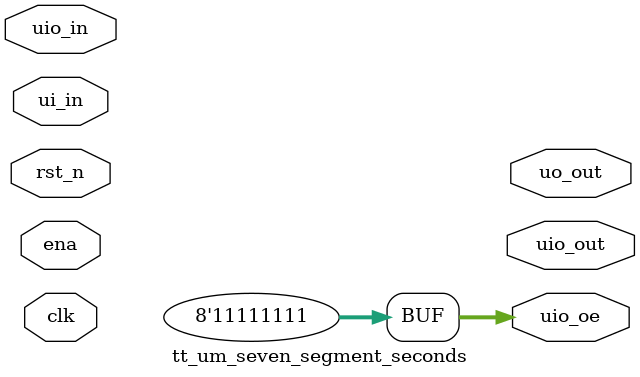
<source format=v>
`default_nettype none

module tt_um_seven_segment_seconds #( parameter MAX_COUNT = 24'd10_000_000 ) (
    input  wire [7:0] ui_in,    // Dedicated inputs - connected to the input switches
    output wire [7:0] uo_out,   // Dedicated outputs - connected to the 7 segment display
    input  wire [7:0] uio_in,   // IOs: Bidirectional Input path
    output wire [7:0] uio_out,  // IOs: Bidirectional Output path
    output wire [7:0] uio_oe,   // IOs: Bidirectional Enable path (active high: 0=input, 1=output)
    input  wire       ena,      // will go high when the design is enabled
    input  wire       clk,      // clock
    input  wire       rst_n     // reset_n - low to reset
);
    /*
    wire reset = ! rst_n;
    wire [6:0] led_out;
    assign uo_out[6:0] = led_out;
    assign uo_out[7] = 1'b0;
    */
    
    // use bidirectionals as outputs
    assign uio_oe = 8'b11111111;
    
    
    
    
    /*
    // put bottom 8 bits of second counter out on the bidirectional gpio
    assign uio_out = second_counter[7:0];
    
    // external clock is 10MHz, so need 24 bit counter
    reg [23:0] second_counter;
    reg [3:0] digit;

    // if external inputs are set then use that as compare count
    // otherwise use the hard coded MAX_COUNT
    wire [23:0] compare = ui_in == 0 ? MAX_COUNT: {6'b0, ui_in[7:0], 10'b0};

    always @(posedge clk) begin
        // if reset, set counter to 0
        if (reset) begin
            second_counter <= 0;
            digit <= 0;
        end else begin
            // if up to 16e6
            if (second_counter == compare) begin
                // reset
                second_counter <= 0;

                // increment digit
                digit <= digit + 1'b1;

                // only count from 0 to 9
                if (digit == 9)
                    digit <= 0;

            end else
                // increment counter
                second_counter <= second_counter + 1'b1;
        end
    end

    // instantiate segment display
    seg7 seg7(.counter(digit), .segments(led_out));
    */
    
endmodule

</source>
